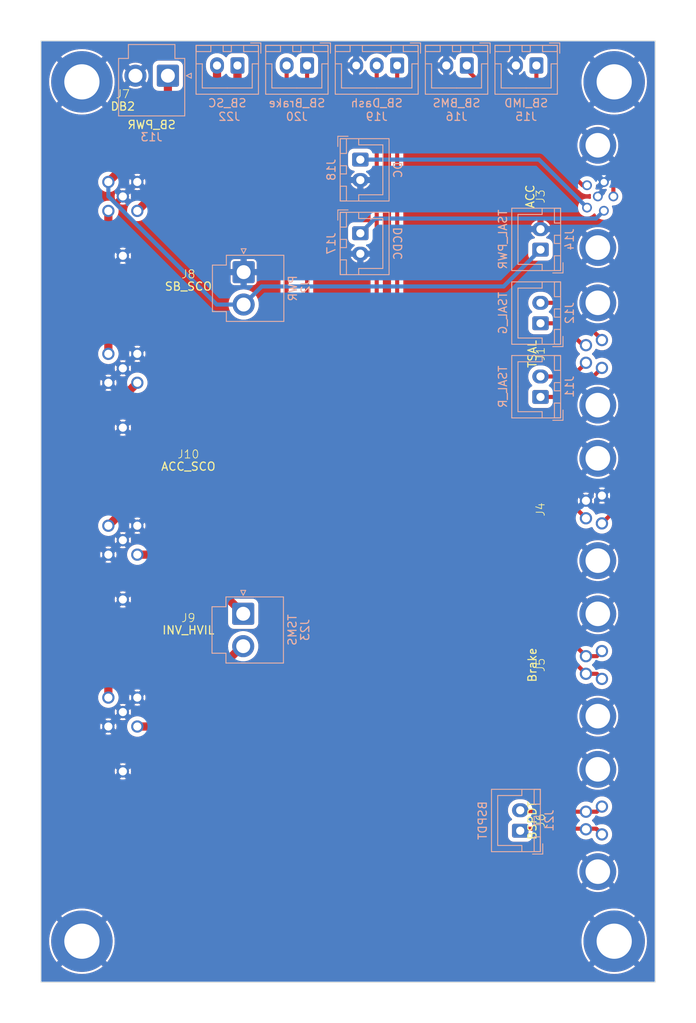
<source format=kicad_pcb>
(kicad_pcb (version 20240108) (generator "pcbnew") (generator_version "8.0")
  (layers (0 "F.Cu" signal) (31 "B.Cu" signal) (34 "B.Paste" user) (35 "F.Paste" user) (36 "B.SilkS" user "B.Silkscreen") (37 "F.SilkS" user "F.Silkscreen") (38 "B.Mask" user) (39 "F.Mask" user) (44 "Edge.Cuts" user))
  (net 0 "")
  (net 1 "R_Out")
  (net 2 "R_In")
  (net 3 "G_Out")
  (net 4 "G_In")
  (net 5 "GND")
  (net 6 "VCC")
  (net 7 "BMS_ERR")
  (net 8 "DC")
  (net 9 "DCDC")
  (net 10 "IMD_ERR")
  (net 11 "BMS_DASH")
  (net 12 "IMD_DASH")
  (net 13 "Brake_In")
  (net 14 "Brake_Out")
  (net 15 "Net-(J21-Pin_1)")
  (net 16 "Net-(J21-Pin_2)")
  (net 17 "Net-(J22-Pin_1)")
  (net 18 "Net-(J7-Pin_4)")
  (net 19 "Net-(J23-Pin_2)")
  (net 20 "Net-(J10-Pin_1)")
  (net 21 "Net-(J8-Pin_3)")
  (footprint "Personal:M12 2-5P w Ground" (layer "F.Cu") (at 110 49)
    (property "Reference" "J7" (at 0 -12.5 0) (layer "F.SilkS") (effects (font (thickness 0.1))))
    (property "Value" "DB2" (at 0 -11 0) (layer "F.SilkS"))
    (pad "1" thru_hole circle (at -1.7678 -1.7678) (size 1.5 1.5) (drill 1) (layers "*.Cu" "*.Mask") (net 6 "VCC"))
    (pad "2" thru_hole circle (at 1.7678 -1.7678) (size 1.5 1.5) (drill 1) (layers "*.Cu" "*.Mask") (net 5 "GND"))
    (pad "3" thru_hole circle (at 1.7678 1.7678) (size 1.5 1.5) (drill 1) (layers "*.Cu" "*.Mask") (net 17 "Net-(J22-Pin_1)"))
    (pad "4" thru_hole circle (at -1.7678 1.7678) (size 1.5 1.5) (drill 1) (layers "*.Cu" "*.Mask") (net 18 "Net-(J7-Pin_4)"))
    (pad "5" thru_hole circle (at 0 0) (size 1.5 1.5) (drill 1) (layers "*.Cu" "*.Mask") (net 5 "GND"))
    (pad "6" thru_hole circle (at 0 7.25) (size 1.5 1.5) (drill 1) (layers "*.Cu" "*.Mask") (net 5 "GND"))
  )
  (footprint "Personal:M8 2P 4P w Ground" (layer "F.Cu") (at 168 125.25 90)
    (property "Reference" "J6" (at 0 -7 90) (layer "F.SilkS") (effects (font (thickness 0.1))))
    (property "Value" "BSPDT" (at 0 -8 90) (layer "F.SilkS"))
    (pad "1" thru_hole circle (at -1.7 0.5 90) (size 1.5 1.5) (drill 1) (layers "*.Cu" "*.Mask") (net 15 "Net-(J21-Pin_1)"))
    (pad "2" thru_hole circle (at -1.075 -1.45 90) (size 1.5 1.5) (drill 1) (layers "*.Cu" "*.Mask") (net 15 "Net-(J21-Pin_1)"))
    (pad "3" thru_hole circle (at 1.075 -1.45 90) (size 1.5 1.5) (drill 1) (layers "*.Cu" "*.Mask") (net 16 "Net-(J21-Pin_2)"))
    (pad "4" thru_hole circle (at 1.7 0.5 90) (size 1.5 1.5) (drill 1) (layers "*.Cu" "*.Mask") (net 16 "Net-(J21-Pin_2)"))
    (pad "5" thru_hole circle (at -6.25 0 90) (size 4.5 4.5) (drill 3) (layers "*.Cu" "*.Mask") (net 5 "GND"))
    (pad "5" thru_hole circle (at 6.25 0 90) (size 4.5 4.5) (drill 3) (layers "*.Cu" "*.Mask") (net 5 "GND"))
  )
  (footprint "MountingHole:MountingHole_4.3mm_M4_DIN965_Pad_TopBottom" (layer "F.Cu") (at 170 140)
    (property "Reference" "H4" (hide yes))
    (property "Value" "MountingHole_Pad")
    (pad "1" thru_hole circle (at 0 0) (size 4.7 4.7) (drill 4.3) (layers "*.Cu" "*.Mask") (net 5 "GND"))
    (pad "1" connect circle (at 0 0) (size 7.5 7.5) (layers "F.Cu" "F.Mask") (net 5 "GND"))
    (pad "1" connect circle (at 0 0) (size 7.5 7.5) (layers "B.Cu" "B.Mask") (net 5 "GND"))
  )
  (footprint "MountingHole:MountingHole_4.3mm_M4_DIN965_Pad_TopBottom" (layer "F.Cu") (at 170 35)
    (property "Reference" "H2" (hide yes))
    (property "Value" "MountingHole_Pad")
    (pad "1" thru_hole circle (at 0 0) (size 4.7 4.7) (drill 4.3) (layers "*.Cu" "*.Mask") (net 5 "GND"))
    (pad "1" connect circle (at 0 0) (size 7.5 7.5) (layers "F.Cu" "F.Mask") (net 5 "GND"))
    (pad "1" connect circle (at 0 0) (size 7.5 7.5) (layers "B.Cu" "B.Mask") (net 5 "GND"))
  )
  (footprint "MountingHole:MountingHole_4.3mm_M4_DIN965_Pad_TopBottom" (layer "F.Cu") (at 105 35)
    (property "Reference" "H1" (hide yes))
    (property "Value" "MountingHole_Pad")
    (pad "1" thru_hole circle (at 0 0) (size 4.7 4.7) (drill 4.3) (layers "*.Cu" "*.Mask") (net 5 "GND"))
    (pad "1" connect circle (at 0 0) (size 7.5 7.5) (layers "F.Cu" "F.Mask") (net 5 "GND"))
    (pad "1" connect circle (at 0 0) (size 7.5 7.5) (layers "B.Cu" "B.Mask") (net 5 "GND"))
  )
  (footprint "Personal:M8 2P 4P w Ground" (layer "F.Cu") (at 168 106.25 90)
    (property "Reference" "J5" (at 0 -7 90) (layer "F.SilkS") (effects (font (thickness 0.1))))
    (property "Value" "Brake" (at 0 -8 90) (layer "F.SilkS"))
    (pad "1" thru_hole circle (at -1.7 0.5 90) (size 1.5 1.5) (drill 1) (layers "*.Cu" "*.Mask") (net 14 "Brake_Out"))
    (pad "2" thru_hole circle (at -1.075 -1.45 90) (size 1.5 1.5) (drill 1) (layers "*.Cu" "*.Mask") (net 14 "Brake_Out"))
    (pad "3" thru_hole circle (at 1.075 -1.45 90) (size 1.5 1.5) (drill 1) (layers "*.Cu" "*.Mask") (net 13 "Brake_In"))
    (pad "4" thru_hole circle (at 1.7 0.5 90) (size 1.5 1.5) (drill 1) (layers "*.Cu" "*.Mask") (net 13 "Brake_In"))
    (pad "5" thru_hole circle (at -6.25 0 90) (size 4.5 4.5) (drill 3) (layers "*.Cu" "*.Mask") (net 5 "GND"))
    (pad "5" thru_hole circle (at 6.25 0 90) (size 4.5 4.5) (drill 3) (layers "*.Cu" "*.Mask") (net 5 "GND"))
  )
  (footprint "Personal:M8 5-6P w Ground" (layer "F.Cu") (at 168 49 90)
    (property "Reference" "J3" (at 0 -7 90) (layer "F.SilkS") (effects (font (thickness 0.1))))
    (property "Value" "ACC" (at 0 -8.26 90) (layer "F.SilkS"))
    (pad "1" thru_hole circle (at 1.365 -1.32 90) (size 1.2 1.2) (drill 0.8) (layers "*.Cu" "*.Mask") (net 7 "BMS_ERR"))
    (pad "2" thru_hole circle (at -1.365 -1.32 90) (size 1.2 1.2) (drill 0.8) (layers "*.Cu" "*.Mask") (net 8 "DC"))
    (pad "3" thru_hole circle (at -1.75 0.74 90) (size 1.2 1.2) (drill 0.8) (layers "*.Cu" "*.Mask") (net 9 "DCDC"))
    (pad "4" thru_hole circle (at 0 1.9 90) (size 1.2 1.2) (drill 0.8) (layers "*.Cu" "*.Mask") (net 10 "IMD_ERR"))
    (pad "5" thru_hole circle (at 1.75 0.74 90) (size 1.2 1.2) (drill 0.8) (layers "*.Cu" "*.Mask") (net 5 "GND"))
    (pad "6" thru_hole circle (at 0 0 90) (size 1.2 1.2) (drill 0.8) (layers "*.Cu" "*.Mask") (net 5 "GND"))
    (pad "7" thru_hole circle (at -6.25 0 90) (size 4.5 4.5) (drill 3) (layers "*.Cu" "*.Mask") (net 5 "GND"))
    (pad "7" thru_hole circle (at 6.25 0 90) (size 4.5 4.5) (drill 3) (layers "*.Cu" "*.Mask") (net 5 "GND"))
  )
  (footprint "MountingHole:MountingHole_4.3mm_M4_DIN965_Pad_TopBottom" (layer "F.Cu") (at 105 140)
    (property "Reference" "H3" (hide yes))
    (property "Value" "MountingHole_Pad")
    (pad "1" thru_hole circle (at 0 0) (size 4.7 4.7) (drill 4.3) (layers "*.Cu" "*.Mask") (net 5 "GND"))
    (pad "1" connect circle (at 0 0) (size 7.5 7.5) (layers "F.Cu" "F.Mask") (net 5 "GND"))
    (pad "1" connect circle (at 0 0) (size 7.5 7.5) (layers "B.Cu" "B.Mask") (net 5 "GND"))
  )
  (footprint "Personal:M8 2P 4P w Ground" (layer "F.Cu") (at 168 68.25 90)
    (property "Reference" "J1" (at 0 -7 90) (layer "F.SilkS") (effects (font (thickness 0.1))))
    (property "Value" "TSAL" (at 0 -8 90) (layer "F.SilkS"))
    (pad "1" thru_hole circle (at -1.7 0.5 90) (size 1.5 1.5) (drill 1) (layers "*.Cu" "*.Mask") (net 1 "R_Out"))
    (pad "2" thru_hole circle (at -1.075 -1.45 90) (size 1.5 1.5) (drill 1) (layers "*.Cu" "*.Mask") (net 2 "R_In"))
    (pad "3" thru_hole circle (at 1.075 -1.45 90) (size 1.5 1.5) (drill 1) (layers "*.Cu" "*.Mask") (net 3 "G_Out"))
    (pad "4" thru_hole circle (at 1.7 0.5 90) (size 1.5 1.5) (drill 1) (layers "*.Cu" "*.Mask") (net 4 "G_In"))
    (pad "5" thru_hole circle (at -6.25 0 90) (size 4.5 4.5) (drill 3) (layers "*.Cu" "*.Mask") (net 5 "GND"))
    (pad "5" thru_hole circle (at 6.25 0 90) (size 4.5 4.5) (drill 3) (layers "*.Cu" "*.Mask") (net 5 "GND"))
  )
  (footprint "Personal:M12 2-5P w Ground" (layer "F.Cu") (at 110 112)
    (property "Reference" "J9" (at 8 -11.5 0) (layer "F.SilkS") (effects (font (thickness 0.1))))
    (property "Value" "INV_HVIL" (at 8 -10 0) (layer "F.SilkS"))
    (pad "1" thru_hole circle (at -1.7678 -1.7678) (size 1.5 1.5) (drill 1) (layers "*.Cu" "*.Mask") (net 21 "Net-(J8-Pin_3)"))
    (pad "2" thru_hole circle (at 1.7678 -1.7678) (size 1.5 1.5) (drill 1) (layers "*.Cu" "*.Mask") (net 5 "GND"))
    (pad "3" thru_hole circle (at 1.7678 1.7678) (size 1.5 1.5) (drill 1) (layers "*.Cu" "*.Mask") (net 19 "Net-(J23-Pin_2)"))
    (pad "4" thru_hole circle (at -1.7678 1.7678) (size 1.5 1.5) (drill 1) (layers "*.Cu" "*.Mask") (net 5 "GND"))
    (pad "5" thru_hole circle (at 0 0) (size 1.5 1.5) (drill 1) (layers "*.Cu" "*.Mask") (net 5 "GND"))
    (pad "6" thru_hole circle (at 0 7.25) (size 1.5 1.5) (drill 1) (layers "*.Cu" "*.Mask") (net 5 "GND"))
  )
  (footprint "Personal:M12 2-5P w Ground" (layer "F.Cu") (at 110 70)
    (property "Reference" "J8" (at 8 -11.5 0) (layer "F.SilkS") (effects (font (thickness 0.1))))
    (property "Value" "SB_SCO" (at 8 -10 0) (layer "F.SilkS"))
    (pad "1" thru_hole circle (at -1.7678 -1.7678) (size 1.5 1.5) (drill 1) (layers "*.Cu" "*.Mask") (net 18 "Net-(J7-Pin_4)"))
    (pad "2" thru_hole circle (at 1.7678 -1.7678) (size 1.5 1.5) (drill 1) (layers "*.Cu" "*.Mask") (net 5 "GND"))
    (pad "3" thru_hole circle (at 1.7678 1.7678) (size 1.5 1.5) (drill 1) (layers "*.Cu" "*.Mask") (net 21 "Net-(J8-Pin_3)"))
    (pad "4" thru_hole circle (at -1.7678 1.7678) (size 1.5 1.5) (drill 1) (layers "*.Cu" "*.Mask") (net 5 "GND"))
    (pad "5" thru_hole circle (at 0 0) (size 1.5 1.5) (drill 1) (layers "*.Cu" "*.Mask") (net 5 "GND"))
    (pad "6" thru_hole circle (at 0 7.25) (size 1.5 1.5) (drill 1) (layers "*.Cu" "*.Mask") (net 5 "GND"))
  )
  (footprint "Personal:M12 2-5P w Ground" (layer "F.Cu") (at 110 91)
    (property "Reference" "J10" (at 8 -10.5 0) (layer "F.SilkS") (effects (font (thickness 0.1))))
    (property "Value" "ACC_SCO" (at 8 -9 0) (layer "F.SilkS"))
    (pad "1" thru_hole circle (at -1.7678 -1.7678) (size 1.5 1.5) (drill 1) (layers "*.Cu" "*.Mask") (net 20 "Net-(J10-Pin_1)"))
    (pad "2" thru_hole circle (at 1.7678 -1.7678) (size 1.5 1.5) (drill 1) (layers "*.Cu" "*.Mask") (net 5 "GND"))
    (pad "3" thru_hole circle (at 1.7678 1.7678) (size 1.5 1.5) (drill 1) (layers "*.Cu" "*.Mask") (net 20 "Net-(J10-Pin_1)"))
    (pad "4" thru_hole circle (at -1.7678 1.7678) (size 1.5 1.5) (drill 1) (layers "*.Cu" "*.Mask") (net 5 "GND"))
    (pad "5" thru_hole circle (at 0 0) (size 1.5 1.5) (drill 1) (layers "*.Cu" "*.Mask") (net 5 "GND"))
    (pad "6" thru_hole circle (at 0 7.25) (size 1.5 1.5) (drill 1) (layers "*.Cu" "*.Mask") (net 5 "GND"))
  )
  (footprint "Personal:M8 2P 4P w Ground" (layer "F.Cu") (at 168 87.25 90)
    (property "Reference" "J4" (at 0 -7 90) (layer "F.SilkS") (effects (font (thickness 0.1))))
    (property "Value" "Dash")
    (pad "1" thru_hole circle (at -1.7 0.5 90) (size 1.5 1.5) (drill 1) (layers "*.Cu" "*.Mask") (net 11 "BMS_DASH"))
    (pad "2" thru_hole circle (at -1.075 -1.45 90) (size 1.5 1.5) (drill 1) (layers "*.Cu" "*.Mask") (net 12 "IMD_DASH"))
    (pad "3" thru_hole circle (at 1.075 -1.45 90) (size 1.5 1.5) (drill 1) (layers "*.Cu" "*.Mask") (net 5 "GND"))
    (pad "4" thru_hole circle (at 1.7 0.5 90) (size 1.5 1.5) (drill 1) (layers "*.Cu" "*.Mask") (net 5 "GND"))
    (pad "5" thru_hole circle (at -6.25 0 90) (size 4.5 4.5) (drill 3) (layers "*.Cu" "*.Mask") (net 5 "GND"))
    (pad "5" thru_hole circle (at 6.25 0 90) (size 4.5 4.5) (drill 3) (layers "*.Cu" "*.Mask") (net 5 "GND"))
  )
  (footprint "Connector_JST:JST_XH_B2B-XH-A_1x02_P2.50mm_Vertical" (layer "B.Cu") (at 158.525 126.5 90)
    (property "Reference" "J21" (at 1.25 3.55 90) (layer "B.SilkS") (effects (justify mirror)))
    (property "Value" "BSPDT" (at 1.25 -4.6 90) (layer "B.SilkS") (effects (justify mirror)))
    (fp_line (start 5.06 -3.51) (end 5.06 2.46) (stroke (width 0.12)) (layer "B.SilkS"))
    (fp_line (start -2.56 -3.51) (end 5.06 -3.51) (stroke (width 0.12)) (layer "B.SilkS"))
    (fp_line (start 4.3 -2.75) (end 1.25 -2.75) (stroke (width 0.12)) (layer "B.SilkS"))
    (fp_line (start -1.8 -2.75) (end 1.25 -2.75) (stroke (width 0.12)) (layer "B.SilkS"))
    (fp_line (start 5.05 0.2) (end 4.3 0.2) (stroke (width 0.12)) (layer "B.SilkS"))
    (fp_line (start 4.3 0.2) (end 4.3 -2.75) (stroke (width 0.12)) (layer "B.SilkS"))
    (fp_line (start -1.8 0.2) (end -1.8 -2.75) (stroke (width 0.12)) (layer "B.SilkS"))
    (fp_line (start -2.55 0.2) (end -1.8 0.2) (stroke (width 0.12)) (layer "B.SilkS"))
    (fp_line (start 5.05 1.7) (end 5.05 2.45) (stroke (width 0.12)) (layer "B.SilkS"))
    (fp_line (start 3.25 1.7) (end 5.05 1.7) (stroke (width 0.12)) (layer "B.SilkS"))
    (fp_line (start 1.75 1.7) (end 1.75 2.45) (stroke (width 0.12)) (layer "B.SilkS"))
    (fp_line (start 0.75 1.7) (end 1.75 1.7) (stroke (width 0.12)) (layer "B.SilkS"))
    (fp_line (start -0.75 1.7) (end -0.75 2.45) (stroke (width 0.12)) (layer "B.SilkS"))
    (fp_line (start -2.55 1.7) (end -0.75 1.7) (stroke (width 0.12)) (layer "B.SilkS"))
    (fp_line (start 5.05 2.45) (end 3.25 2.45) (stroke (width 0.12)) (layer "B.SilkS"))
    (fp_line (start 3.25 2.45) (end 3.25 1.7) (stroke (width 0.12)) (layer "B.SilkS"))
    (fp_line (start 1.75 2.45) (end 0.75 2.45) (stroke (width 0.12)) (layer "B.SilkS"))
    (fp_line (start 0.75 2.45) (end 0.75 1.7) (stroke (width 0.12)) (layer "B.SilkS"))
    (fp_line (start -0.75 2.45) (end -2.55 2.45) (stroke (width 0.12)) (layer "B.SilkS"))
    (fp_line (start -2.55 2.45) (end -2.55 1.7) (stroke (width 0.12)) (layer "B.SilkS"))
    (fp_line (start 5.06 2.46) (end -2.56 2.46) (stroke (width 0.12)) (layer "B.SilkS"))
    (fp_line (start -2.56 2.46) (end -2.56 -3.51) (stroke (width 0.12)) (layer "B.SilkS"))
    (fp_line (start -1.6 2.75) (end -2.85 2.75) (stroke (width 0.12)) (layer "B.SilkS"))
    (fp_line (start -2.85 2.75) (end -2.85 1.5) (stroke (width 0.12)) (layer "B.SilkS"))
    (pad "1" thru_hole roundrect (at 0 0 90) (size 1.7 2) (drill 1) (layers "*.Cu" "*.Mask") (roundrect_rratio 0.1470588235) (net 15 "Net-(J21-Pin_1)"))
    (pad "2" thru_hole oval (at 2.5 0 90) (size 1.7 2) (drill 1) (layers "*.Cu" "*.Mask") (net 16 "Net-(J21-Pin_2)"))
  )
  (footprint "Connector_JST:JST_XH_B2B-XH-A_1x02_P2.50mm_Vertical" (layer "B.Cu") (at 139 44.5 -90)
    (property "Reference" "J18" (at 1.25 3.55 90) (layer "B.SilkS") (effects (justify mirror)))
    (property "Value" "DC" (at 1.25 -4.6 90) (layer "B.SilkS") (effects (justify mirror)))
    (fp_line (start -2.85 2.75) (end -2.85 1.5) (stroke (width 0.12)) (layer "B.SilkS"))
    (fp_line (start -1.6 2.75) (end -2.85 2.75) (stroke (width 0.12)) (layer "B.SilkS"))
    (fp_line (start -2.56 2.46) (end -2.56 -3.51) (stroke (width 0.12)) (layer "B.SilkS"))
    (fp_line (start 5.06 2.46) (end -2.56 2.46) (stroke (width 0.12)) (layer "B.SilkS"))
    (fp_line (start -2.55 2.45) (end -2.55 1.7) (stroke (width 0.12)) (layer "B.SilkS"))
    (fp_line (start -0.75 2.45) (end -2.55 2.45) (stroke (width 0.12)) (layer "B.SilkS"))
    (fp_line (start 0.75 2.45) (end 0.75 1.7) (stroke (width 0.12)) (layer "B.SilkS"))
    (fp_line (start 1.75 2.45) (end 0.75 2.45) (stroke (width 0.12)) (layer "B.SilkS"))
    (fp_line (start 3.25 2.45) (end 3.25 1.7) (stroke (width 0.12)) (layer "B.SilkS"))
    (fp_line (start 5.05 2.45) (end 3.25 2.45) (stroke (width 0.12)) (layer "B.SilkS"))
    (fp_line (start -2.55 1.7) (end -0.75 1.7) (stroke (width 0.12)) (layer "B.SilkS"))
    (fp_line (start -0.75 1.7) (end -0.75 2.45) (stroke (width 0.12)) (layer "B.SilkS"))
    (fp_line (start 0.75 1.7) (end 1.75 1.7) (stroke (width 0.12)) (layer "B.SilkS"))
    (fp_line (start 1.75 1.7) (end 1.75 2.45) (stroke (width 0.12)) (layer "B.SilkS"))
    (fp_line (start 3.25 1.7) (end 5.05 1.7) (stroke (width 0.12)) (layer "B.SilkS"))
    (fp_line (start 5.05 1.7) (end 5.05 2.45) (stroke (width 0.12)) (layer "B.SilkS"))
    (fp_line (start -2.55 0.2) (end -1.8 0.2) (stroke (width 0.12)) (layer "B.SilkS"))
    (fp_line (start -1.8 0.2) (end -1.8 -2.75) (stroke (width 0.12)) (layer "B.SilkS"))
    (fp_line (start 4.3 0.2) (end 4.3 -2.75) (stroke (width 0.12)) (layer "B.SilkS"))
    (fp_line (start 5.05 0.2) (end 4.3 0.2) (stroke (width 0.12)) (layer "B.SilkS"))
    (fp_line (start -1.8 -2.75) (end 1.25 -2.75) (stroke (width 0.12)) (layer "B.SilkS"))
    (fp_line (start 4.3 -2.75) (end 1.25 -2.75) (stroke (width 0.12)) (layer "B.SilkS"))
    (fp_line (start -2.56 -3.51) (end 5.06 -3.51) (stroke (width 0.12)) (layer "B.SilkS"))
    (fp_line (start 5.06 -3.51) (end 5.06 2.46) (stroke (width 0.12)) (layer "B.SilkS"))
    (pad "1" thru_hole roundrect (at 0 0 270) (size 1.7 2) (drill 1) (layers "*.Cu" "*.Mask") (roundrect_rratio 0.1470588235) (net 8 "DC"))
    (pad "2" thru_hole oval (at 2.5 0 270) (size 1.7 2) (drill 1) (layers "*.Cu" "*.Mask") (net 5 "GND"))
  )
  (footprint "Connector_JST:JST_XH_B2B-XH-A_1x02_P2.50mm_Vertical" (layer "B.Cu") (at 161 64.5 90)
    (property "Reference" "J12" (at 1.25 3.55 90) (layer "B.SilkS") (effects (justify mirror)))
    (property "Value" "TSAL_G" (at 1.25 -4.6 90) (layer "B.SilkS") (effects (justify mirror)))
    (fp_line (start 5.06 -3.51) (end 5.06 2.46) (stroke (width 0.12)) (layer "B.SilkS"))
    (fp_line (start -2.56 -3.51) (end 5.06 -3.51) (stroke (width 0.12)) (layer "B.SilkS"))
    (fp_line (start 4.3 -2.75) (end 1.25 -2.75) (stroke (width 0.12)) (layer "B.SilkS"))
    (fp_line (start -1.8 -2.75) (end 1.25 -2.75) (stroke (width 0.12)) (layer "B.SilkS"))
    (fp_line (start 5.05 0.2) (end 4.3 0.2) (stroke (width 0.12)) (layer "B.SilkS"))
    (fp_line (start 4.3 0.2) (end 4.3 -2.75) (stroke (width 0.12)) (layer "B.SilkS"))
    (fp_line (start -1.8 0.2) (end -1.8 -2.75) (stroke (width 0.12)) (layer "B.SilkS"))
    (fp_line (start -2.55 0.2) (end -1.8 0.2) (stroke (width 0.12)) (layer "B.SilkS"))
    (fp_line (start 5.05 1.7) (end 5.05 2.45) (stroke (width 0.12)) (layer "B.SilkS"))
    (fp_line (start 3.25 1.7) (end 5.05 1.7) (stroke (width 0.12)) (layer "B.SilkS"))
    (fp_line (start 1.75 1.7) (end 1.75 2.45) (stroke (width 0.12)) (layer "B.SilkS"))
    (fp_line (start 0.75 1.7) (end 1.75 1.7) (stroke (width 0.12)) (layer "B.SilkS"))
    (fp_line (start -0.75 1.7) (end -0.75 2.45) (stroke (width 0.12)) (layer "B.SilkS"))
    (fp_line (start -2.55 1.7) (end -0.75 1.7) (stroke (width 0.12)) (layer "B.SilkS"))
    (fp_line (start 5.05 2.45) (end 3.25 2.45) (stroke (width 0.12)) (layer "B.SilkS"))
    (fp_line (start 3.25 2.45) (end 3.25 1.7) (stroke (width 0.12)) (layer "B.SilkS"))
    (fp_line (start 1.75 2.45) (end 0.75 2.45) (stroke (width 0.12)) (layer "B.SilkS"))
    (fp_line (start 0.75 2.45) (end 0.75 1.7) (stroke (width 0.12)) (layer "B.SilkS"))
    (fp_line (start -0.75 2.45) (end -2.55 2.45) (stroke (width 0.12)) (layer "B.SilkS"))
    (fp_line (start -2.55 2.45) (end -2.55 1.7) (stroke (width 0.12)) (layer "B.SilkS"))
    (fp_line (start 5.06 2.46) (end -2.56 2.46) (stroke (width 0.12)) (layer "B.SilkS"))
    (fp_line (start -2.56 2.46) (end -2.56 -3.51) (stroke (width 0.12)) (layer "B.SilkS"))
    (fp_line (start -1.6 2.75) (end -2.85 2.75) (stroke (width 0.12)) (layer "B.SilkS"))
    (fp_line (start -2.85 2.75) (end -2.85 1.5) (stroke (width 0.12)) (layer "B.SilkS"))
    (pad "1" thru_hole roundrect (at 0 0 90) (size 1.7 2) (drill 1) (layers "*.Cu" "*.Mask") (roundrect_rratio 0.1470588235) (net 3 "G_Out"))
    (pad "2" thru_hole oval (at 2.5 0 90) (size 1.7 2) (drill 1) (layers "*.Cu" "*.Mask") (net 4 "G_In"))
  )
  (footprint "Connector_JST:JST_XH_B2B-XH-A_1x02_P2.50mm_Vertical" (layer "B.Cu") (at 152 33 180)
    (property "Reference" "J16" (at 1.25 -6.25 0) (layer "B.SilkS") (effects (justify mirror)))
    (property "Value" "SB_BMS" (at 1.25 -4.6 0) (layer "B.SilkS") (effects (justify mirror)))
    (fp_line (start 5.06 2.46) (end -2.56 2.46) (stroke (width 0.12)) (layer "B.SilkS"))
    (fp_line (start 5.06 -3.51) (end 5.06 2.46) (stroke (width 0.12)) (layer "B.SilkS"))
    (fp_line (start 5.05 2.45) (end 3.25 2.45) (stroke (width 0.12)) (layer "B.SilkS"))
    (fp_line (start 5.05 1.7) (end 5.05 2.45) (stroke (width 0.12)) (layer "B.SilkS"))
    (fp_line (start 5.05 0.2) (end 4.3 0.2) (stroke (width 0.12)) (layer "B.SilkS"))
    (fp_line (start 4.3 0.2) (end 4.3 -2.75) (stroke (width 0.12)) (layer "B.SilkS"))
    (fp_line (start 4.3 -2.75) (end 1.25 -2.75) (stroke (width 0.12)) (layer "B.SilkS"))
    (fp_line (start 3.25 2.45) (end 3.25 1.7) (stroke (width 0.12)) (layer "B.SilkS"))
    (fp_line (start 3.25 1.7) (end 5.05 1.7) (stroke (width 0.12)) (layer "B.SilkS"))
    (fp_line (start 1.75 2.45) (end 0.75 2.45) (stroke (width 0.12)) (layer "B.SilkS"))
    (fp_line (start 1.75 1.7) (end 1.75 2.45) (stroke (width 0.12)) (layer "B.SilkS"))
    (fp_line (start 0.75 2.45) (end 0.75 1.7) (stroke (width 0.12)) (layer "B.SilkS"))
    (fp_line (start 0.75 1.7) (end 1.75 1.7) (stroke (width 0.12)) (layer "B.SilkS"))
    (fp_line (start -0.75 2.45) (end -2.55 2.45) (stroke (width 0.12)) (layer "B.SilkS"))
    (fp_line (start -0.75 1.7) (end -0.75 2.45) (stroke (width 0.12)) (layer "B.SilkS"))
    (fp_line (start -1.6 2.75) (end -2.85 2.75) (stroke (width 0.12)) (layer "B.SilkS"))
    (fp_line (start -1.8 0.2) (end -1.8 -2.75) (stroke (width 0.12)) (layer "B.SilkS"))
    (fp_line (start -1.8 -2.75) (end 1.25 -2.75) (stroke (width 0.12)) (layer "B.SilkS"))
    (fp_line (start -2.55 2.45) (end -2.55 1.7) (stroke (width 0.12)) (layer "B.SilkS"))
    (fp_line (start -2.55 1.7) (end -0.75 1.7) (stroke (width 0.12)) (layer "B.SilkS"))
    (fp_line (start -2.55 0.2) (end -1.8 0.2) (stroke (width 0.12)) (layer "B.SilkS"))
    (fp_line (start -2.56 2.46) (end -2.56 -3.51) (stroke (width 0.12)) (layer "B.SilkS"))
    (fp_line (start -2.56 -3.51) (end 5.06 -3.51) (stroke (width 0.12)) (layer "B.SilkS"))
    (fp_line (start -2.85 2.75) (end -2.85 1.5) (stroke (width 0.12)) (layer "B.SilkS"))
    (pad "1" thru_hole roundrect (at 0 0 180) (size 1.7 2) (drill 1) (layers "*.Cu" "*.Mask") (roundrect_rratio 0.1470588235) (net 7 "BMS_ERR"))
    (pad "2" thru_hole oval (at 2.5 0 180) (size 1.7 2) (drill 1) (layers "*.Cu" "*.Mask") (net 5 "GND"))
  )
  (footprint "Connector_JST:JST_VH_B2P-VH-B_1x02_P3.96mm_Vertical" (layer "B.Cu") (at 115.5 34.25 180)
    (property "Reference" "J13" (at 2 -7.5 0) (layer "B.SilkS") (effects (justify mirror)))
    (property "Value" "SB_PWR" (at 1.98 -6 0) (layer "F.SilkS") (effects (justify mirror)))
    (fp_line (start 6.02 2.11) (end 6.02 -4.91) (stroke (width 0.12)) (layer "B.SilkS"))
    (fp_line (start 6.02 -4.91) (end -2.06 -4.91) (stroke (width 0.12)) (layer "B.SilkS"))
    (fp_line (start 4.82 3.81) (end 4.82 2.11) (stroke (width 0.12)) (layer "B.SilkS"))
    (fp_line (start 4.82 2.11) (end 6.02 2.11) (stroke (width 0.12)) (layer "B.SilkS"))
    (fp_line (start -0.86 3.81) (end 4.82 3.81) (stroke (width 0.12)) (layer "B.SilkS"))
    (fp_line (start -0.86 2.11) (end -0.86 3.81) (stroke (width 0.12)) (layer "B.SilkS"))
    (fp_line (start -2.06 2.11) (end -0.86 2.11) (stroke (width 0.12)) (layer "B.SilkS"))
    (fp_line (start -2.06 -4.91) (end -2.06 2.11) (stroke (width 0.12)) (layer "B.SilkS"))
    (fp_line (start -2.26 0) (end -2.86 -0.3) (stroke (width 0.12)) (layer "B.SilkS"))
    (fp_line (start -2.86 0.3) (end -2.26 0) (stroke (width 0.12)) (layer "B.SilkS"))
    (fp_line (start -2.86 -0.3) (end -2.86 0.3) (stroke (width 0.12)) (layer "B.SilkS"))
    (pad "1" thru_hole roundrect (at 0 0 180) (size 2.7 2.7) (drill 1.7) (layers "*.Cu" "*.Mask") (roundrect_rratio 0.09259296296) (net 6 "VCC"))
    (pad "2" thru_hole circle (at 3.96 0 180) (size 2.7 2.7) (drill 1.7) (layers "*.Cu" "*.Mask") (net 5 "GND"))
  )
  (footprint "Connector_JST:JST_XH_B2B-XH-A_1x02_P2.50mm_Vertical" (layer "B.Cu") (at 139 53.5 -90)
    (property "Reference" "J17" (at 1.25 3.55 90) (layer "B.SilkS") (effects (justify mirror)))
    (property "Value" "DCDC" (at 1.25 -4.6 90) (layer "B.SilkS") (effects (justify mirror)))
    (fp_line (start -2.85 2.75) (end -2.85 1.5) (stroke (width 0.12)) (layer "B.SilkS"))
    (fp_line (start -1.6 2.75) (end -2.85 2.75) (stroke (width 0.12)) (layer "B.SilkS"))
    (fp_line (start -2.56 2.46) (end -2.56 -3.51) (stroke (width 0.12)) (layer "B.SilkS"))
    (fp_line (start 5.06 2.46) (end -2.56 2.46) (stroke (width 0.12)) (layer "B.SilkS"))
    (fp_line (start -2.55 2.45) (end -2.55 1.7) (stroke (width 0.12)) (layer "B.SilkS"))
    (fp_line (start -0.75 2.45) (end -2.55 2.45) (stroke (width 0.12)) (layer "B.SilkS"))
    (fp_line (start 0.75 2.45) (end 0.75 1.7) (stroke (width 0.12)) (layer "B.SilkS"))
    (fp_line (start 1.75 2.45) (end 0.75 2.45) (stroke (width 0.12)) (layer "B.SilkS"))
    (fp_line (start 3.25 2.45) (end 3.25 1.7) (stroke (width 0.12)) (layer "B.SilkS"))
    (fp_line (start 5.05 2.45) (end 3.25 2.45) (stroke (width 0.12)) (layer "B.SilkS"))
    (fp_line (start -2.55 1.7) (end -0.75 1.7) (stroke (width 0.12)) (layer "B.SilkS"))
    (fp_line (start -0.75 1.7) (end -0.75 2.45) (stroke (width 0.12)) (layer "B.SilkS"))
    (fp_line (start 0.75 1.7) (end 1.75 1.7) (stroke (width 0.12)) (layer "B.SilkS"))
    (fp_line (start 1.75 1.7) (end 1.75 2.45) (stroke (width 0.12)) (layer "B.SilkS"))
    (fp_line (start 3.25 1.7) (end 5.05 1.7) (stroke (width 0.12)) (layer "B.SilkS"))
    (fp_line (start 5.05 1.7) (end 5.05 2.45) (stroke (width 0.12)) (layer "B.SilkS"))
    (fp_line (start -2.55 0.2) (end -1.8 0.2) (stroke (width 0.12)) (layer "B.SilkS"))
    (fp_line (start -1.8 0.2) (end -1.8 -2.75) (stroke (width 0.12)) (layer "B.SilkS"))
    (fp_line (start 4.3 0.2) (end 4.3 -2.75) (stroke (width 0.12)) (layer "B.SilkS"))
    (fp_line (start 5.05 0.2) (end 4.3 0.2) (stroke (width 0.12)) (layer "B.SilkS"))
    (fp_line (start -1.8 -2.75) (end 1.25 -2.75) (stroke (width 0.12)) (layer "B.SilkS"))
    (fp_line (start 4.3 -2.75) (end 1.25 -2.75) (stroke (width 0.12)) (layer "B.SilkS"))
    (fp_line (start -2.56 -3.51) (end 5.06 -3.51) (stroke (width 0.12)) (layer "B.SilkS"))
    (fp_line (start 5.06 -3.51) (end 5.06 2.46) (stroke (width 0.12)) (layer "B.SilkS"))
    (pad "1" thru_hole roundrect (at 0 0 270) (size 1.7 2) (drill 1) (layers "*.Cu" "*.Mask") (roundrect_rratio 0.1470588235) (net 9 "DCDC"))
    (pad "2" thru_hole oval (at 2.5 0 270) (size 1.7 2) (drill 1) (layers "*.Cu" "*.Mask") (net 5 "GND"))
  )
  (footprint "Connector_JST:JST_VH_B2P-VH-B_1x02_P3.96mm_Vertical" (layer "B.Cu") (at 124.75 58.25 -90)
    (property "Reference" "J2" (at 1.7575 -7.55 90) (layer "B.SilkS") (effects (justify mirror)))
    (property "Value" "PWR" (at 1.98 -6 90) (layer "B.SilkS") (effects (justify mirror)))
    (fp_line (start -0.86 3.81) (end 4.82 3.81) (stroke (width 0.12)) (layer "B.SilkS"))
    (fp_line (start 4.82 3.81) (end 4.82 2.11) (stroke (width 0.12)) (layer "B.SilkS"))
    (fp_line (start -2.06 2.11) (end -0.86 2.11) (stroke (width 0.12)) (layer "B.SilkS"))
    (fp_line (start -0.86 2.11) (end -0.86 3.81) (stroke (width 0.12)) (layer "B.SilkS"))
    (fp_line (start 4.82 2.11) (end 6.02 2.11) (stroke (width 0.12)) (layer "B.SilkS"))
    (fp_line (start 6.02 2.11) (end 6.02 -4.91) (stroke (width 0.12)) (layer "B.SilkS"))
    (fp_line (start -2.86 0.3) (end -2.26 0) (stroke (width 0.12)) (layer "B.SilkS"))
    (fp_line (start -2.26 0) (end -2.86 -0.3) (stroke (width 0.12)) (layer "B.SilkS"))
    (fp_line (start -2.86 -0.3) (end -2.86 0.3) (stroke (width 0.12)) (layer "B.SilkS"))
    (fp_line (start -2.06 -4.91) (end -2.06 2.11) (stroke (width 0.12)) (layer "B.SilkS"))
    (fp_line (start 6.02 -4.91) (end -2.06 -4.91) (stroke (width 0.12)) (layer "B.SilkS"))
    (pad "1" thru_hole roundrect (at 0 0 270) (size 2.7 2.7) (drill 1.7) (layers "*.Cu" "*.Mask") (roundrect_rratio 0.09259296296) (net 5 "GND"))
    (pad "2" thru_hole circle (at 3.96 0 270) (size 2.7 2.7) (drill 1.7) (layers "*.Cu" "*.Mask") (net 6 "VCC"))
  )
  (footprint "Connector_JST:JST_XH_B2B-XH-A_1x02_P2.50mm_Vertical" (layer "B.Cu") (at 161 55.5 90)
    (property "Reference" "J14" (at 1.25 3.55 90) (layer "B.SilkS") (effects (justify mirror)))
    (property "Value" "TSAL_PWR" (at 1.25 -4.6 90) (layer "B.SilkS") (effects (justify mirror)))
    (fp_line (start 5.06 -3.51) (end 5.06 2.46) (stroke (width 0.12)) (layer "B.SilkS"))
    (fp_line (start -2.56 -3.51) (end 5.06 -3.51) (stroke (width 0.12)) (layer "B.SilkS"))
    (fp_line (start 4.3 -2.75) (end 1.25 -2.75) (stroke (width 0.12)) (layer "B.SilkS"))
    (fp_line (start -1.8 -2.75) (end 1.25 -2.75) (stroke (width 0.12)) (layer "B.SilkS"))
    (fp_line (start 5.05 0.2) (end 4.3 0.2) (stroke (width 0.12)) (layer "B.SilkS"))
    (fp_line (start 4.3 0.2) (end 4.3 -2.75) (stroke (width 0.12)) (layer "B.SilkS"))
    (fp_line (start -1.8 0.2) (end -1.8 -2.75) (stroke (width 0.12)) (layer "B.SilkS"))
    (fp_line (start -2.55 0.2) (end -1.8 0.2) (stroke (width 0.12)) (layer "B.SilkS"))
    (fp_line (start 5.05 1.7) (end 5.05 2.45) (stroke (width 0.12)) (layer "B.SilkS"))
    (fp_line (start 3.25 1.7) (end 5.05 1.7) (stroke (width 0.12)) (layer "B.SilkS"))
    (fp_line (start 1.75 1.7) (end 1.75 2.45) (stroke (width 0.12)) (layer "B.SilkS"))
    (fp_line (start 0.75 1.7) (end 1.75 1.7) (stroke (width 0.12)) (layer "B.SilkS"))
    (fp_line (start -0.75 1.7) (end -0.75 2.45) (stroke (width 0.12)) (layer "B.SilkS"))
    (fp_line (start -2.55 1.7) (end -0.75 1.7) (stroke (width 0.12)) (layer "B.SilkS"))
    (fp_line (start 5.05 2.45) (end 3.25 2.45) (stroke (width 0.12)) (layer "B.SilkS"))
    (fp_line (start 3.25 2.45) (end 3.25 1.7) (stroke (width 0.12)) (layer "B.SilkS"))
    (fp_line (start 1.75 2.45) (end 0.75 2.45) (stroke (width 0.12)) (layer "B.SilkS"))
    (fp_line (start 0.75 2.45) (end 0.75 1.7) (stroke (width 0.12)) (layer "B.SilkS"))
    (fp_line (start -0.75 2.45) (end -2.55 2.45) (stroke (width 0.12)) (layer "B.SilkS"))
    (fp_line (start -2.55 2.45) (end -2.55 1.7) (stroke (width 0.12)) (layer "B.SilkS"))
    (fp_line (start 5.06 2.46) (end -2.56 2.46) (stroke (width 0.12)) (layer "B.SilkS"))
    (fp_line (start -2.56 2.46) (end -2.56 -3.51) (stroke (width 0.12)) (layer "B.SilkS"))
    (fp_line (start -1.6 2.75) (end -2.85 2.75) (stroke (width 0.12)) (layer "B.SilkS"))
    (fp_line (start -2.85 2.75) (end -2.85 1.5) (stroke (width 0.12)) (layer "B.SilkS"))
    (pad "1" thru_hole roundrect (at 0 0 90) (size 1.7 2) (drill 1) (layers "*.Cu" "*.Mask") (roundrect_rratio 0.1470588235) (net 6 "VCC"))
    (pad "2" thru_hole oval (at 2.5 0 90) (size 1.7 2) (drill 1) (layers "*.Cu" "*.Mask") (net 5 "GND"))
  )
  (footprint "Connector_JST:JST_XH_B2B-XH-A_1x02_P2.50mm_Vertical" (layer "B.Cu") (at 124 33 180)
    (property "Reference" "J22" (at 1 -6.25 0) (layer "B.SilkS") (effects (justify mirror)))
    (property "Value" "SB_SC" (at 1.25 -4.6 0) (layer "B.SilkS") (effects (justify mirror)))
    (fp_line (start 5.06 2.46) (end -2.56 2.46) (stroke (width 0.12)) (layer "B.SilkS"))
    (fp_line (start 5.06 -3.51) (end 5.06 2.46) (stroke (width 0.12)) (layer "B.SilkS"))
    (fp_line (start 5.05 2.45) (end 3.25 2.45) (stroke (width 0.12)) (layer "B.SilkS"))
    (fp_line (start 5.05 1.7) (end 5.05 2.45) (stroke (width 0.12)) (layer "B.SilkS"))
    (fp_line (start 5.05 0.2) (end 4.3 0.2) (stroke (width 0.12)) (layer "B.SilkS"))
    (fp_line (start 4.3 0.2) (end 4.3 -2.75) (stroke (width 0.12)) (layer "B.SilkS"))
    (fp_line (start 4.3 -2.75) (end 1.25 -2.75) (stroke (width 0.12)) (layer "B.SilkS"))
    (fp_line (start 3.25 2.45) (end 3.25 1.7) (stroke (width 0.12)) (layer "B.SilkS"))
    (fp_line (start 3.25 1.7) (end 5.05 1.7) (stroke (width 0.12)) (layer "B.SilkS"))
    (fp_line (start 1.75 2.45) (end 0.75 2.45) (stroke (width 0.12)) (layer "B.SilkS"))
    (fp_line (start 1.75 1.7) (end 1.75 2.45) (stroke (width 0.12)) (layer "B.SilkS"))
    (fp_line (start 0.75 2.45) (end 0.75 1.7) (stroke (width 0.12)) (layer "B.SilkS"))
    (fp_line (start 0.75 1.7) (end 1.75 1.7) (stroke (width 0.12)) (layer "B.SilkS"))
    (fp_line (start -0.75 2.45) (end -2.55 2.45) (stroke (width 0.12)) (layer "B.SilkS"))
    (fp_line (start -0.75 1.7) (end -0.75 2.45) (stroke (width 0.12)) (layer "B.SilkS"))
    (fp_line (start -1.6 2.75) (end -2.85 2.75) (stroke (width 0.12)) (layer "B.SilkS"))
    (fp_line (start -1.8 0.2) (end -1.8 -2.75) (stroke (width 0.12)) (layer "B.SilkS"))
    (fp_line (start -1.8 -2.75) (end 1.25 -2.75) (stroke (width 0.12)) (layer "B.SilkS"))
    (fp_line (start -2.55 2.45) (end -2.55 1.7) (stroke (width 0.12)) (layer "B.SilkS"))
    (fp_line (start -2.55 1.7) (end -0.75 1.7) (stroke (width 0.12)) (layer "B.SilkS"))
    (fp_line (start -2.55 0.2) (end -1.8 0.2) (stroke (width 0.12)) (layer "B.SilkS"))
    (fp_line (start -2.56 2.46) (end -2.56 -3.51) (stroke (width 0.12)) (layer "B.SilkS"))
    (fp_line (start -2.56 -3.51) (end 5.06 -3.51) (stroke (width 0.12)) (layer "B.SilkS"))
    (fp_line (start -2.85 2.75) (end -2.85 1.5) (stroke (width 0.12)) (layer "B.SilkS"))
    (pad "1" thru_hole roundrect (at 0 0 180) (size 1.7 2) (drill 1) (layers "*.Cu" "*.Mask") (roundrect_rratio 0.1470588235) (net 17 "Net-(J22-Pin_1)"))
    (pad "2" thru_hole oval (at 2.5 0 180) (size 1.7 2) (drill 1) (layers "*.Cu" "*.Mask") (net 17 "Net-(J22-Pin_1)"))
  )
  (footprint "Connector_JST:JST_VH_B2P-VH-B_1x02_P3.96mm_Vertical" (layer "B.Cu") (at 124.7 99.9925 -90)
    (property "Reference" "J23" (at 1.98 -7.55 90) (layer "B.SilkS") (effects (justify mirror)))
    (property "Value" "TSMS" (at 1.98 -6 90) (layer "B.SilkS") (effects (justify mirror)))
    (fp_line (start -0.86 3.81) (end 4.82 3.81) (stroke (width 0.12)) (layer "B.SilkS"))
    (fp_line (start 4.82 3.81) (end 4.82 2.11) (stroke (width 0.12)) (layer "B.SilkS"))
    (fp_line (start -2.06 2.11) (end -0.86 2.11) (stroke (width 0.12)) (layer "B.SilkS"))
    (fp_line (start -0.86 2.11) (end -0.86 3.81) (stroke (width 0.12)) (layer "B.SilkS"))
    (fp_line (start 4.82 2.11) (end 6.02 2.11) (stroke (width 0.12)) (layer "B.SilkS"))
    (fp_line (start 6.02 2.11) (end 6.02 -4.91) (stroke (width 0.12)) (layer "B.SilkS"))
    (fp_line (start -2.86 0.3) (end -2.26 0) (stroke (width 0.12)) (layer "B.SilkS"))
    (fp_line (start -2.26 0) (end -2.86 -0.3) (stroke (width 0.12)) (layer "B.SilkS"))
    (fp_line (start -2.86 -0.3) (end -2.86 0.3) (stroke (width 0.12)) (layer "B.SilkS"))
    (fp_line (start -2.06 -4.91) (end -2.06 2.11) (stroke (width 0.12)) (layer "B.SilkS"))
    (fp_line (start 6.02 -4.91) (end -2.06 -4.91) (stroke (width 0.12)) (layer "B.SilkS"))
    (pad "1" thru_hole roundrect (at 0 0 270) (size 2.7 2.7) (drill 1.7) (layers "*.Cu" "*.Mask") (roundrect_rratio 0.09259296296) (net 20 "Net-(J10-Pin_1)"))
    (pad "2" thru_hole circle (at 3.96 0 270) (size 2.7 2.7) (drill 1.7) (layers "*.Cu" "*.Mask") (net 19 "Net-(J23-Pin_2)"))
  )
  (footprint "Connector_JST:JST_XH_B2B-XH-A_1x02_P2.50mm_Vertical" (layer "B.Cu") (at 161 73.5 90)
    (property "Reference" "J11" (at 1.25 3.55 90) (layer "B.SilkS") (effects (justify mirror)))
    (property "Value" "TSAL_R" (at 1.25 -4.6 90) (layer "B.SilkS") (effects (justify mirror)))
    (fp_line (start 5.06 -3.51) (end 5.06 2.46) (stroke (width 0.12)) (layer "B.SilkS"))
    (fp_line (start -2.56 -3.51) (end 5.06 -3.51) (stroke (width 0.12)) (layer "B.SilkS"))
    (fp_line (start 4.3 -2.75) (end 1.25 -2.75) (stroke (width 0.12)) (layer "B.SilkS"))
    (fp_line (start -1.8 -2.75) (end 1.25 -2.75) (stroke (width 0.12)) (layer "B.SilkS"))
    (fp_line (start 5.05 0.2) (end 4.3 0.2) (stroke (width 0.12)) (layer "B.SilkS"))
    (fp_line (start 4.3 0.2) (end 4.3 -2.75) (stroke (width 0.12)) (layer "B.SilkS"))
    (fp_line (start -1.8 0.2) (end -1.8 -2.75) (stroke (width 0.12)) (layer "B.SilkS"))
    (fp_line (start -2.55 0.2) (end -1.8 0.2) (stroke (width 0.12)) (layer "B.SilkS"))
    (fp_line (start 5.05 1.7) (end 5.05 2.45) (stroke (width 0.12)) (layer "B.SilkS"))
    (fp_line (start 3.25 1.7) (end 5.05 1.7) (stroke (width 0.12)) (layer "B.SilkS"))
    (fp_line (start 1.75 1.7) (end 1.75 2.45) (stroke (width 0.12)) (layer "B.SilkS"))
    (fp_line (start 0.75 1.7) (end 1.75 1.7) (stroke (width 0.12)) (layer "B.SilkS"))
    (fp_line (start -0.75 1.7) (end -0.75 2.45) (stroke (width 0.12)) (layer "B.SilkS"))
    (fp_line (start -2.55 1.7) (end -0.75 1.7) (stroke (width 0.12)) (layer "B.SilkS"))
    (fp_line (start 5.05 2.45) (end 3.25 2.45) (stroke (width 0.12)) (layer "B.SilkS"))
    (fp_line (start 3.25 2.45) (end 3.25 1.7) (stroke (width 0.12)) (layer "B.SilkS"))
    (fp_line (start 1.75 2.45) (end 0.75 2.45) (stroke (width 0.12)) (layer "B.SilkS"))
    (fp_line (start 0.75 2.45) (end 0.75 1.7) (stroke (width 0.12)) (layer "B.SilkS"))
    (fp_line (start -0.75 2.45) (end -2.55 2.45) (stroke (width 0.12)) (layer "B.SilkS"))
    (fp_line (start -2.55 2.45) (end -2.55 1.7) (stroke (width 0.12)) (layer "B.SilkS"))
    (fp_line (start 5.06 2.46) (end -2.56 2.46) (stroke (width 0.12)) (layer "B.SilkS"))
    (fp_line (start -2.56 2.46) (end -2.56 -3.51) (stroke (width 0.12)) (layer "B.SilkS"))
    (fp_line (start -1.6 2.75) (end -2.85 2.75) (stroke (width 0.12)) (layer "B.SilkS"))
    (fp_line (start -2.85 2.75) (end -2.85 1.5) (stroke (width 0.12)) (layer "B.SilkS"))
    (pad "1" thru_hole roundrect (at 0 0 90) (size 1.7 2) (drill 1) (layers "*.Cu" "*.Mask") (roundrect_rratio 0.1470588235) (net 1 "R_Out"))
    (pad "2" thru_hole oval (at 2.5 0 90) (size 1.7 2) (drill 1) (layers "*.Cu" "*.Mask") (net 2 "R_In"))
  )
  (footprint "Connector_JST:JST_XH_B2B-XH-A_1x02_P2.50mm_Vertical" (layer "B.Cu") (at 132.5 33 180)
    (property "Reference" "J20" (at 1.25 -6.25 0) (layer "B.SilkS") (effects (justify mirror)))
    (property "Value" "SB_Brake" (at 1.25 -4.6 0) (layer "B.SilkS") (effects (justify mirror)))
    (fp_line (start 5.06 2.46) (end -2.56 2.46) (stroke (width 0.12)) (layer "B.SilkS"))
    (fp_line (start 5.06 -3.51) (end 5.06 2.46) (stroke (width 0.12)) (layer "B.SilkS"))
    (fp_line (start 5.05 2.45) (end 3.25 2.45) (stroke (width 0.12)) (layer "B.SilkS"))
    (fp_line (start 5.05 1.7) (end 5.05 2.45) (stroke (width 0.12)) (layer "B.SilkS"))
    (fp_line (start 5.05 0.2) (end 4.3 0.2) (stroke (width 0.12)) (layer "B.SilkS"))
    (fp_line (start 4.3 0.2) (end 4.3 -2.75) (stroke (width 0.12)) (layer "B.SilkS"))
    (fp_line (start 4.3 -2.75) (end 1.25 -2.75) (stroke (width 0.12)) (layer "B.SilkS"))
    (fp_line (start 3.25 2.45) (end 3.25 1.7) (stroke (width 0.12)) (layer "B.SilkS"))
    (fp_line (start 3.25 1.7) (end 5.05 1.7) (stroke (width 0.12)) (layer "B.SilkS"))
    (fp_line (start 1.75 2.45) (end 0.75 2.45) (stroke (width 0.12)) (layer "B.SilkS"))
    (fp_line (start 1.75 1.7) (end 1.75 2.45) (stroke (width 0.12)) (layer "B.SilkS"))
    (fp_line (start 0.75 2.45) (end 0.75 1.7) (stroke (width 0.12)) (layer "B.SilkS"))
    (fp_line (start 0.75 1.7) (end 1.75 1.7) (stroke (width 0.12)) (layer "B.SilkS"))
    (fp_line (start -0.75 2.45) (end -2.55 2.45) (stroke (width 0.12)) (layer "B.SilkS"))
    (fp_line (start -0.75 1.7) (end -0.75 2.45) (stroke (width 0.12)) (layer "B.SilkS"))
    (fp_line (start -1.6 2.75) (end -2.85 2.75) (stroke (width 0.12)) (layer "B.SilkS"))
    (fp_line (start -1.8 0.2) (end -1.8 -2.75) (stroke (width 0.12)) (layer "B.SilkS"))
    (fp_line (start -1.8 -2.75) (end 1.25 -2.75) (stroke (width 0.12)) (layer "B.SilkS"))
    (fp_line (start -2.55 2.45) (end -2.55 1.7) (stroke (width 0.12)) (layer "B.SilkS"))
    (fp_line (start -2.55 1.7) (end -0.75 1.7) (stroke (width 0.12)) (layer "B.SilkS"))
    (fp_line (start -2.55 0.2) (end -1.8 0.2) (stroke (width 0.12)) (layer "B.SilkS"))
    (fp_line (start -2.56 2.46) (end -2.56 -3.51) (stroke (width 0.12)) (layer "B.SilkS"))
    (fp_line (start -2.56 -3.51) (end 5.06 -3.51) (stroke (width 0.12)) (layer "B.SilkS"))
    (fp_line (start -2.85 2.75) (end -2.85 1.5) (stroke (width 0.12)) (layer "B.SilkS"))
    (pad "1" thru_hole roundrect (at 0 0 180) (size 1.7 2) (drill 1) (layers "*.Cu" "*.Mask") (roundrect_rratio 0.1470588235) (net 13 "Brake_In"))
    (pad "2" thru_hole oval (at 2.5 0 180) (size 1.7 2) (drill 1) (layers "*.Cu" "*.Mask") (net 14 "Brake_Out"))
  )
  (footprint "Connector_JST:JST_XH_B3B-XH-A_1x03_P2.50mm_Vertical" (layer "B.Cu") (at 143.5 33 180)
    (property "Reference" "J19" (at 2.5 -6.25 0) (layer "B.SilkS") (effects (justify mirror)))
    (property "Value" "SB_Dash" (at 2.5 -4.6 0) (layer "B.SilkS") (effects (justify mirror)))
    (fp_line (start 7.56 2.46) (end -2.56 2.46) (stroke (width 0.12)) (layer "B.SilkS"))
    (fp_line (start 7.56 -3.51) (end 7.56 2.46) (stroke (width 0.12)) (layer "B.SilkS"))
    (fp_line (start 7.55 2.45) (end 5.75 2.45) (stroke (width 0.12)) (layer "B.SilkS"))
    (fp_line (start 7.55 1.7) (end 7.55 2.45) (stroke (width 0.12)) (layer "B.SilkS"))
    (fp_line (start 7.55 0.2) (end 6.8 0.2) (stroke (width 0.12)) (layer "B.SilkS"))
    (fp_line (start 6.8 0.2) (end 6.8 -2.75) (stroke (width 0.12)) (layer "B.SilkS"))
    (fp_line (start 6.8 -2.75) (end 2.5 -2.75) (stroke (width 0.12)) (layer "B.SilkS"))
    (fp_line (start 5.75 2.45) (end 5.75 1.7) (stroke (width 0.12)) (layer "B.SilkS"))
    (fp_line (start 5.75 1.7) (end 7.55 1.7) (stroke (width 0.12)) (layer "B.SilkS"))
    (fp_line (start 4.25 2.45) (end 0.75 2.45) (stroke (width 0.12)) (layer "B.SilkS"))
    (fp_line (start 4.25 1.7) (end 4.25 2.45) (stroke (width 0.12)) (layer "B.SilkS"))
    (fp_line (start 0.75 2.45) (end 0.75 1.7) (stroke (width 0.12)) (layer "B.SilkS"))
    (fp_line (start 0.75 1.7) (end 4.25 1.7) (stroke (width 0.12)) (layer "B.SilkS"))
    (fp_line (start -0.75 2.45) (end -2.55 2.45) (stroke (width 0.12)) (layer "B.SilkS"))
    (fp_line (start -0.75 1.7) (end -0.75 2.45) (stroke (width 0.12)) (layer "B.SilkS"))
    (fp_line (start -1.6 2.75) (end -2.85 2.75) (stroke (width 0.12)) (layer "B.SilkS"))
    (fp_line (start -1.8 0.2) (end -1.8 -2.75) (stroke (width 0.12)) (layer "B.SilkS"))
    (fp_line (start -1.8 -2.75) (end 2.5 -2.75) (stroke (width 0.12)) (layer "B.SilkS"))
    (fp_line (start -2.55 2.45) (end -2.55 1.7) (stroke (width 0.12)) (layer "B.SilkS"))
    (fp_line (start -2.55 1.7) (end -0.75 1.7) (stroke (width 0.12)) (layer "B.SilkS"))
    (fp_line (start -2.55 0.2) (end -1.8 0.2) (stroke (width 0.12)) (layer "B.SilkS"))
    (fp_line (start -2.56 2.46) (end -2.56 -3.51) (stroke (width 0.12)) (layer "B.SilkS"))
    (fp_line (start -2.56 -3.51) (end 7.56 -3.51) (stroke (width 0.12)) (layer "B.SilkS"))
    (fp_line (start -2.85 2.75) (end -2.85 1.5) (stroke (width 0.12)) (layer "B.SilkS"))
    (pad "1" thru_hole roundrect (at 0 0 180) (size 1.7 1.95) (drill 0.95) (layers "*.Cu" "*.Mask") (roundrect_rratio 0.1470588235) (net 11 "BMS_DASH"))
    (pad "2" thru_hole oval (at 2.5 0 180) (size 1.7 1.95) (drill 0.95) (layers "*.Cu" "*.Mask") (net 12 "IMD_DASH"))
    (pad "3" thru_hole oval (at 5 0 180) (size 1.7 1.95) (drill 0.95) (layers "*.Cu" "*.Mask") (net 5 "GND"))
  )
  (footprint "Connector_JST:JST_XH_B2B-XH-A_1x02_P2.50mm_Vertical" (layer "B.Cu") (at 160.5 33 180)
    (property "Reference" "J15" (at 1.25 -6.25 0) (layer "B.SilkS") (effects (justify mirror)))
    (property "Value" "SB_IMD" (at 1.25 -4.6 0) (layer "B.SilkS") (effects (justify mirror)))
    (fp_line (start 5.06 2.46) (end -2.56 2.46) (stroke (width 0.12)) (layer "B.SilkS"))
    (fp_line (start 5.06 -3.51) (end 5.06 2.46) (stroke (width 0.12)) (layer "B.SilkS"))
    (fp_line (start 5.05 2.45) (end 3.25 2.45) (stroke (width 0.12)) (layer "B.SilkS"))
    (fp_line (start 5.05 1.7) (end 5.05 2.45) (stroke (width 0.12)) (layer "B.SilkS"))
    (fp_line (start 5.05 0.2) (end 4.3 0.2) (stroke (width 0.12)) (layer "B.SilkS"))
    (fp_line (start 4.3 0.2) (end 4.3 -2.75) (stroke (width 0.12)) (layer "B.SilkS"))
    (fp_line (start 4.3 -2.75) (end 1.25 -2.75) (stroke (width 0.12)) (layer "B.SilkS"))
    (fp_line (start 3.25 2.45) (end 3.25 1.7) (stroke (width 0.12)) (layer "B.SilkS"))
    (fp_line (start 3.25 1.7) (end 5.05 1.7) (stroke (width 0.12)) (layer "B.SilkS"))
    (fp_line (start 1.75 2.45) (end 0.75 2.45) (stroke (width 0.12)) (layer "B.SilkS"))
    (fp_line (start 1.75 1.7) (end 1.75 2.45) (stroke (width 0.12)) (layer "B.SilkS"))
    (fp_line (start 0.75 2.45) (end 0.75 1.7) (stroke (width 0.12)) (layer "B.SilkS"))
    (fp_line (start 0.75 1.7) (end 1.75 1.7) (stroke (width 0.12)) (layer "B.SilkS"))
    (fp_line (start -0.75 2.45) (end -2.55 2.45) (stroke (width 0.12)) (layer "B.SilkS"))
    (fp_line (start -0.75 1.7) (end -0.75 2.45) (stroke (width 0.12)) (layer "B.SilkS"))
    (fp_line (start -1.6 2.75) (end -2.85 2.75) (stroke (width 0.12)) (layer "B.SilkS"))
    (fp_line (start -1.8 0.2) (end -1.8 -2.75) (stroke (width 0.12)) (layer "B.SilkS"))
    (fp_line (start -1.8 -2.75) (end 1.25 -2.75) (stroke (width 0.12)) (layer "B.SilkS"))
    (fp_line (start -2.55 2.45) (end -2.55 1.7) (stroke (width 0.12)) (layer "B.SilkS"))
    (fp_line (start -2.55 1.7) (end -0.75 1.7) (stroke (width 0.12)) (layer "B.SilkS"))
    (fp_line (start -2.55 0.2) (end -1.8 0.2) (stroke (width 0.12)) (layer "B.SilkS"))
    (fp_line (start -2.56 2.46) (end -2.56 -3.51) (stroke (width 0.12)) (layer "B.SilkS"))
    (fp_line (start -2.56 -3.51) (end 5.06 -3.51) (stroke (width 0.12)) (layer "B.SilkS"))
    (fp_line (start -2.85 2.75) (end -2.85 1.5) (stroke (width 0.12)) (layer "B.SilkS"))
    (pad "1" thru_hole roundrect (at 0 0 180) (size 1.7 2) (drill 1) (layers "*.Cu" "*.Mask") (roundrect_rratio 0.1470588235) (net 10 "IMD_ERR"))
    (pad "2" thru_hole oval (at 2.5 0 180) (size 1.7 2) (drill 1) (layers "*.Cu" "*.Mask") (net 5 "GND"))
  )
  (gr_rect (start 100 30) (end 175 145) (stroke (width 0.1)) (fill none) (layer "Edge.Cuts"))
  (segment (start 168.5 69.95) (end 164.95 73.5) (width 0.5) (layer "F.Cu") (net 1))
  (segment (start 164.95 73.5) (end 161 73.5) (width 0.5) (layer "F.Cu") (net 1))
  (segment (start 164.875 71) (end 161 71) (width 0.5) (layer "F.Cu") (net 2))
  (segment (start 166.55 69.325) (end 164.875 71) (width 0.5) (layer "F.Cu") (net 2))
  (segment (start 166.175 67.175) (end 163.5 64.5) (width 0.5) (layer "F.Cu") (net 3))
  (segment (start 166.55 67.175) (end 166.175 67.175) (width 0.5) (layer "F.Cu") (net 3))
  (segment (start 163.5 64.5) (end 161 64.5) (width 0.5) (layer "F.Cu") (net 3))
  (segment (start 168 65.975) (end 168.5 66.475) (width 0.5) (layer "F.Cu") (net 4))
  (segment (start 168.5 66.475) (end 168.5 66.55) (width 0.5) (layer "F.Cu") (net 4))
  (segment (start 163.9875 62) (end 167.9625 65.975) (width 0.5) (layer "F.Cu") (net 4))
  (segment (start 167.9625 65.975) (end 168 65.975) (width 0.5) (layer "F.Cu") (net 4))
  (segment (start 161 62) (end 163.9875 62) (width 0.5) (layer "F.Cu") (net 4))
  (segment (start 115.5 39.9644) (end 115.5 34.25) (width 1) (layer "F.Cu") (net 6))
  (segment (start 108.2322 47.2322) (end 115.5 39.9644) (width 1) (layer "F.Cu") (net 6))
  (segment (start 126.96 60) (end 124.75 62.21) (width 0.5) (layer "B.Cu") (net 6))
  (segment (start 161 55.5) (end 156.5 60) (width 0.5) (layer "B.Cu") (net 6))
  (segment (start 156.5 60) (end 126.96 60) (width 0.5) (layer "B.Cu") (net 6))
  (segment (start 124.75 62.21) (end 121.46 62.21) (width 0.5) (layer "B.Cu") (net 6))
  (segment (start 108.2322 48.9822) (end 108.2322 47.2322) (width 0.5) (layer "B.Cu") (net 6))
  (segment (start 121.46 62.21) (end 108.2322 48.9822) (width 0.5) (layer "B.Cu") (net 6))
  (segment (start 152 33) (end 152 33.5) (width 0.5) (layer "F.Cu") (net 7))
  (segment (start 166.135 47.635) (end 166.68 47.635) (width 0.5) (layer "F.Cu") (net 7))
  (segment (start 152 33.5) (end 166.135 47.635) (width 0.5) (layer "F.Cu") (net 7))
  (segment (start 160.815 44.5) (end 166.68 50.365) (width 0.5) (layer "B.Cu") (net 8))
  (segment (start 139 44.5) (end 160.815 44.5) (width 0.5) (layer "B.Cu") (net 8))
  (segment (start 168.74 50.75) (end 167.79 51.7) (width 0.5) (layer "B.Cu") (net 9))
  (segment (start 140.8 51.7) (end 139 53.5) (width 0.5) (layer "B.Cu") (net 9))
  (segment (start 167.79 51.7) (end 140.8 51.7) (width 0.5) (layer "B.Cu") (net 9))
  (segment (start 169.5 46) (end 169.9 46.4) (width 0.5) (layer "F.Cu") (net 10))
  (segment (start 160.5 40.5) (end 166 46) (width 0.5) (layer "F.Cu") (net 10))
  (segment (start 160.5 33) (end 160.5 40.5) (width 0.5) (layer "F.Cu") (net 10))
  (segment (start 169.9 46.4) (end 169.9 49) (width 0.5) (layer "F.Cu") (net 10))
  (segment (start 166 46) (end 169.5 46) (width 0.5) (layer "F.Cu") (net 10))
  (segment (start 170.25 87.2) (end 170.25 85.45) (width 0.5) (layer "F.Cu") (net 11))
  (segment (start 143.5 62.5) (end 143.5 33) (width 0.5) (layer "F.Cu") (net 11))
  (segment (start 170.25 85.45) (end 168.675 83.875) (width 0.5) (layer "F.Cu") (net 11))
  (segment (start 164.875 83.875) (end 143.5 62.5) (width 0.5) (layer "F.Cu") (net 11))
  (segment (start 168.675 83.875) (end 164.875 83.875) (width 0.5) (layer "F.Cu") (net 11))
  (segment (start 168.5 88.95) (end 170.25 87.2) (width 0.5) (layer "F.Cu") (net 11))
  (segment (start 141 62.775) (end 141 33) (width 0.5) (layer "F.Cu") (net 12))
  (segment (start 166.55 88.325) (end 141 62.775) (width 0.5) (layer "F.Cu") (net 12))
  (segment (start 132.5 71.125) (end 132.5 62.918378) (width 0.5) (layer "F.Cu") (net 13))
  (segment (start 167.875 105.175) (end 168.5 104.55) (width 0.5) (layer "F.Cu") (net 13))
  (segment (start 166.55 105.175) (end 167.875 105.175) (width 0.5) (layer "F.Cu") (net 13))
  (segment (start 132.5 33) (end 132.5 62.918378) (width 0.5) (layer "F.Cu") (net 13))
  (segment (start 166.55 105.175) (end 132.5 71.125) (width 0.5) (layer "F.Cu") (net 13))
  (segment (start 130 70.775) (end 166.55 107.325) (width 0.5) (layer "F.Cu") (net 14))
  (segment (start 130 33) (end 130 70.775) (width 0.5) (layer "F.Cu") (net 14))
  (segment (start 167.875 107.325) (end 168.5 107.95) (width 0.5) (layer "F.Cu") (net 14))
  (segment (start 166.55 107.325) (end 167.875 107.325) (width 0.5) (layer "F.Cu") (net 14))
  (segment (start 168.5 126.95) (end 167.8 126.25) (width 0.5) (layer "F.Cu") (net 15))
  (segment (start 158.775 126.25) (end 158.525 126.5) (width 0.5) (layer "F.Cu") (net 15))
  (segment (start 167.8 126.25) (end 158.775 126.25) (width 0.5) (layer "F.Cu") (net 15))
  (segment (start 167.875 124.175) (end 168.5 123.55) (width 0.5) (layer "F.Cu") (net 16))
  (segment (start 158.7 124.175) (end 167.875 124.175) (width 0.5) (layer "F.Cu") (net 16))
  (segment (start 158.525 124) (end 158.7 124.175) (width 0.5) (layer "F.Cu") (net 16))
  (segment (start 121.5 36.75) (end 121.5 41.0356) (width 1) (layer "F.Cu") (net 17))
  (segment (start 123.29 39.2456) (end 124 38.5356) (width 1) (layer "F.Cu") (net 17))
  (segment (start 121.3928 41.1428) (end 111.7678 50.7678) (width 1) (layer "F.Cu") (net 17))
  (segment (start 123.29 39.2456) (end 121.3928 41.1428) (width 1) (layer "F.Cu") (net 17))
  (segment (start 124 36.29) (end 124 33) (width 1) (layer "F.Cu") (net 17))
  (segment (start 121.5 36.75) (end 121.5 33) (width 1) (layer "F.Cu") (net 17))
  (segment (start 121.5 37.4556) (end 121.5 36.75) (width 1) (layer "F.Cu") (net 17))
  (segment (start 124 38.5356) (end 124 33) (width 1) (layer "F.Cu") (net 17))
  (segment (start 121.5 41.0356) (end 121.3928 41.1428) (width 1) (layer "F.Cu") (net 17))
  (segment (start 108.2322 50.7678) (end 108.2322 68.2322) (width 1) (layer "F.Cu") (net 18))
  (segment (start 124.7 103.9525) (end 124.5475 103.9525) (width 1) (layer "F.Cu") (net 19))
  (segment (start 111.7678 113.7678) (end 112 114) (width 0.5) (layer "F.Cu") (net 19))
  (segment (start 124.5475 103.9525) (end 114.7322 113.7678) (width 1) (layer "F.Cu") (net 19))
  (segment (start 114.7322 113.7678) (end 111.7678 113.7678) (width 1) (layer "F.Cu") (net 19))
  (segment (start 117.4753 90.9753) (end 113.5 87) (width 1) (layer "F.Cu") (net 20))
  (segment (start 117.4753 92.7678) (end 117.4753 90.9753) (width 1) (layer "F.Cu") (net 20))
  (segment (start 124.7 99.9925) (end 117.4753 92.7678) (width 1) (layer "F.Cu") (net 20))
  (segment (start 110.4644 87) (end 108.2322 89.2322) (width 1) (layer "F.Cu") (net 20))
  (segment (start 113.5 87) (end 110.4644 87) (width 1) (layer "F.Cu") (net 20))
  (segment (start 117.4753 92.7678) (end 111.7678 92.7678) (width 1) (layer "F.Cu") (net 20))
  (segment (start 108.2322 110.2322) (end 108.2322 103.4822) (width 1) (layer "F.Cu") (net 21))
  (segment (start 108.2322 103.4822) (end 104.5 99.75) (width 1) (layer "F.Cu") (net 21))
  (segment (start 104.5 79.0356) (end 104.5 99.75) (width 1) (layer "F.Cu") (net 21))
  (segment (start 111.7678 71.7678) (end 104.5 79.0356) (width 1) (layer "F.Cu") (net 21))
  (zone (net 5) (net_name "GND") (layers "F&B.Cu") (connect_pads (clearance 0.5)) (min_thickness 0.25) (fill yes (thermal_gap 0.25) (thermal_bridge_width 0.75))
    (polygon (pts (xy 180 25) (xy 95 25) (xy 95 150) (xy 180 150)))
  )
)
</source>
